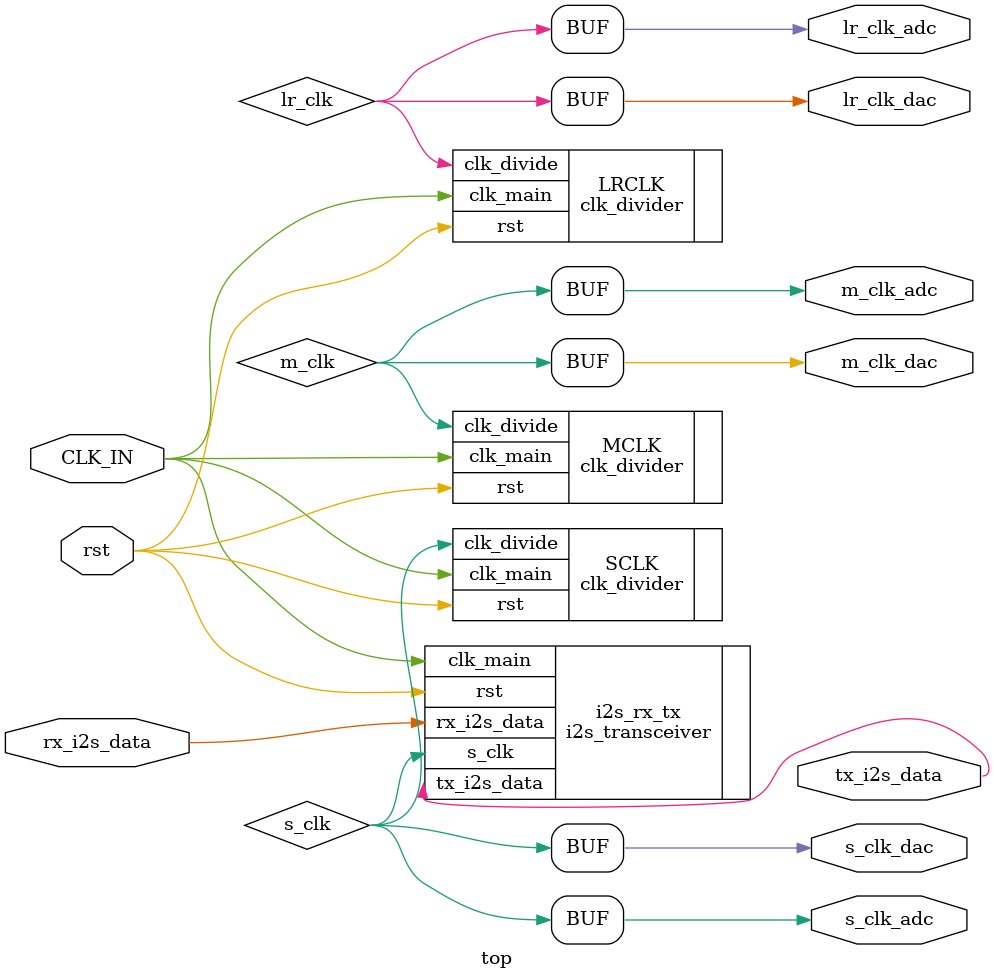
<source format=v>
`timescale 1ns / 1ps


module top(
    input CLK_IN,
    input rst,
    input rx_i2s_data,
    output tx_i2s_data,
    output s_clk_adc,
    output s_clk_dac,
    output m_clk_adc,
    output m_clk_dac,
    output lr_clk_adc,
    output lr_clk_dac
    );

    wire m_clk;     //master clock
    wire s_clk;     //serial data clock
    wire lr_clk;    //left-right clock

    //gives 12.5 MHz
    clk_divider #(5) MCLK ( 
        .clk_main(CLK_IN),
        .rst(rst),
        .clk_divide(m_clk)
    );
    //gives 3.125 MHz
    clk_divider #(20) SCLK (
        .clk_main(CLK_IN),
        .rst(rst),
        .clk_divide(s_clk)
    );
    //gives arround 48 kHz
    clk_divider #(1280) LRCLK (
        .clk_main(CLK_IN),
        .rst(rst),
        .clk_divide(lr_clk)
    );

    i2s_transceiver i2s_rx_tx (
        .clk_main(CLK_IN),
        .rst(rst),
        .rx_i2s_data(rx_i2s_data),
        .tx_i2s_data(tx_i2s_data),
        .s_clk(s_clk)
    );

    assign lr_clk_dac = lr_clk;
    assign m_clk_dac = m_clk;
    assign s_clk_dac = s_clk;

    assign lr_clk_adc = lr_clk;
    assign m_clk_adc = m_clk;
    assign s_clk_adc = s_clk;
endmodule

</source>
